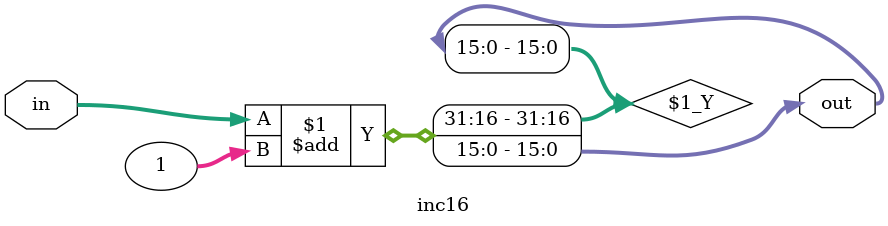
<source format=v>

module inc16 (
    input [15:0] in,
    output [15:0] out
);

    assign out = in + 1;

endmodule

</source>
